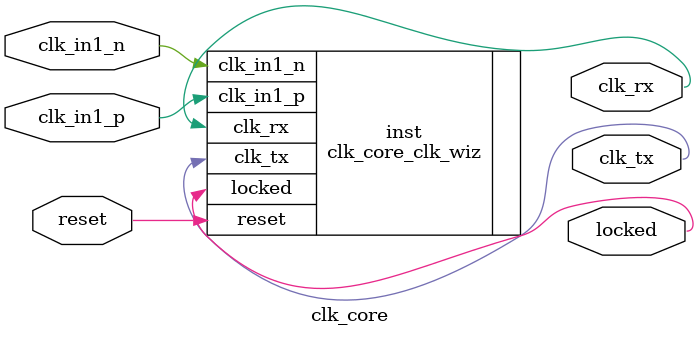
<source format=v>


`timescale 1ps/1ps

(* CORE_GENERATION_INFO = "clk_core,clk_wiz_v6_0_6_0_0,{component_name=clk_core,use_phase_alignment=true,use_min_o_jitter=false,use_max_i_jitter=false,use_dyn_phase_shift=false,use_inclk_switchover=false,use_dyn_reconfig=false,enable_axi=0,feedback_source=FDBK_AUTO,PRIMITIVE=MMCM,num_out_clk=2,clkin1_period=5.000,clkin2_period=10.0,use_power_down=false,use_reset=true,use_locked=true,use_inclk_stopped=false,feedback_type=SINGLE,CLOCK_MGR_TYPE=NA,manual_override=false}" *)

module clk_core 
 (
  // Clock out ports
  output        clk_rx,
  output        clk_tx,
  // Status and control signals
  input         reset,
  output        locked,
 // Clock in ports
  input         clk_in1_p,
  input         clk_in1_n
 );

  clk_core_clk_wiz inst
  (
  // Clock out ports  
  .clk_rx(clk_rx),
  .clk_tx(clk_tx),
  // Status and control signals               
  .reset(reset), 
  .locked(locked),
 // Clock in ports
  .clk_in1_p(clk_in1_p),
  .clk_in1_n(clk_in1_n)
  );

endmodule

</source>
